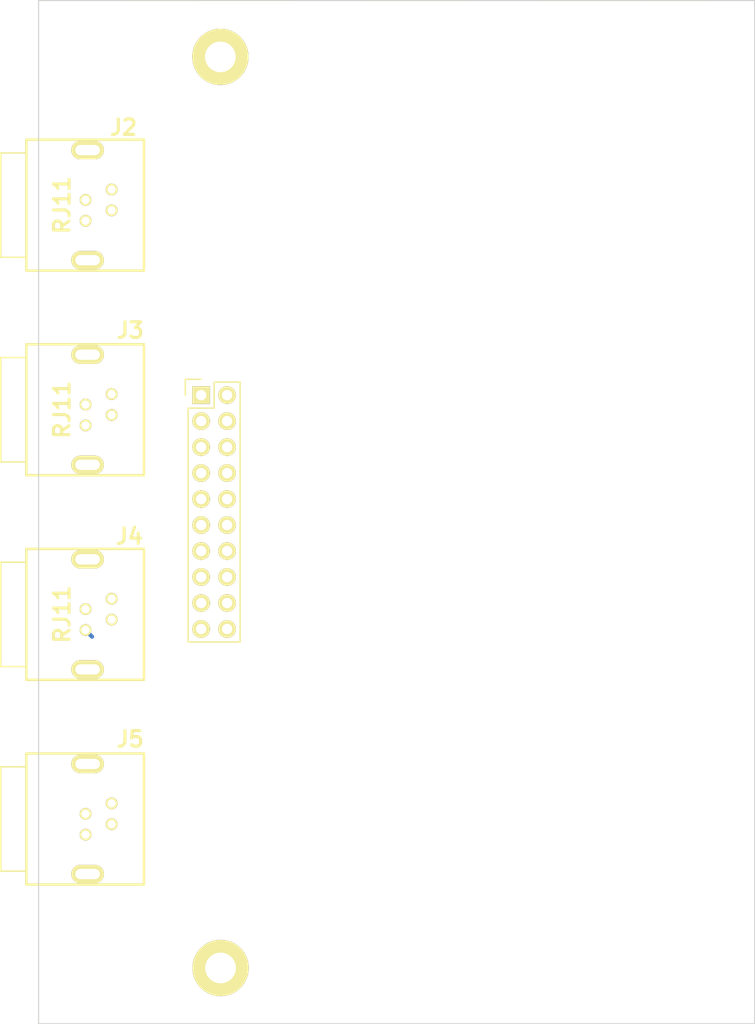
<source format=kicad_pcb>
(kicad_pcb (version 20220914) (generator pcbnew)
  (layers (0 "F.Cu" signal "Superior") (31 "B.Cu" signal "Inferior") (34 "B.Paste" user) (35 "F.Paste" user) (36 "B.SilkS" user "B.Silkscreen") (37 "F.SilkS" user "F.Silkscreen") (38 "B.Mask" user) (39 "F.Mask" user) (44 "Edge.Cuts" user))
  (net 0 "")
  (net 1 "+5V")
  (net 2 "GND")
  (net 3 "+3.3VP")
  (net 4 "/SPIxxCON/BUS_MOSI")
  (net 5 "/SPIxxCON/BUS_CS")
  (net 6 "/SPIxxCON/BUS_RS")
  (net 7 "/SPIxxCON/BUS_CLK")
  (net 8 "/SPIxxCON/BUS_DIO3")
  (net 9 "/SPIxxCON/BUS_DIO2")
  (net 10 "/SPIxxCON/BUS_DIO1")
  (net 11 "/SPIxxCON/BUS_DIO4")
  (net 12 "/SPIxxCON/BUS_MISO")
  (net 13 "/SPIxxCON/BUS_INTMISO")
  (net 14 "/SPIxxCON/BUS_INTMOSI")
  (net 15 "/SPIxxCON/BUS_PwrGood")
  (net 16 "/J7_1")
  (net 17 "/J7_2")
  (net 18 "/J7_4")
  (net 19 "/J8_1")
  (net 20 "/J8_2")
  (net 21 "/J8_4")
  (net 22 "/J1_1")
  (net 23 "/J1_2")
  (net 24 "/J1_4")
  (net 25 "/J2_1")
  (net 26 "/J2_2")
  (net 27 "/J2_4")
  (net 28 "/GND")
  (footprint "Pin_Headers:Pin_Header_Straight_2x10" (layer "F.Cu") (at 94.4495 62.64)
    (fp_text reference "J1" hide)
    (fp_text value "SPIxxCON" hide)
    (fp_line (start -1.55 -1.55) (end -1.55 0) (stroke (width 0.15)) (layer "F.SilkS"))
    (fp_line (start -1.27 1.27) (end -1.27 24.13) (stroke (width 0.15)) (layer "F.SilkS"))
    (fp_line (start 0 -1.55) (end -1.55 -1.55) (stroke (width 0.15)) (layer "F.SilkS"))
    (fp_line (start 1.27 -1.27) (end 1.27 1.27) (stroke (width 0.15)) (layer "F.SilkS"))
    (fp_line (start 1.27 1.27) (end -1.27 1.27) (stroke (width 0.15)) (layer "F.SilkS"))
    (fp_line (start 3.81 -1.27) (end 1.27 -1.27) (stroke (width 0.15)) (layer "F.SilkS"))
    (fp_line (start 3.81 24.13) (end -1.27 24.13) (stroke (width 0.15)) (layer "F.SilkS"))
    (fp_line (start 3.81 24.13) (end 3.81 -1.27) (stroke (width 0.15)) (layer "F.SilkS"))
    (pad "1" thru_hole rect (at 0 0) (size 1.7272 1.7272) (drill 1.016) (layers *.Cu *.Mask "F.SilkS") (net 3 "+3.3VP"))
    (pad "2" thru_hole oval (at 2.54 0) (size 1.7272 1.7272) (drill 1.016) (layers *.Cu *.Mask "F.SilkS") (net 3 "+3.3VP"))
    (pad "3" thru_hole oval (at 0 2.54) (size 1.7272 1.7272) (drill 1.016) (layers *.Cu *.Mask "F.SilkS") (net 2 "GND"))
    (pad "4" thru_hole oval (at 2.54 2.54) (size 1.7272 1.7272) (drill 1.016) (layers *.Cu *.Mask "F.SilkS") (net 2 "GND"))
    (pad "5" thru_hole oval (at 0 5.08) (size 1.7272 1.7272) (drill 1.016) (layers *.Cu *.Mask "F.SilkS") (net 1 "+5V"))
    (pad "6" thru_hole oval (at 2.54 5.08) (size 1.7272 1.7272) (drill 1.016) (layers *.Cu *.Mask "F.SilkS") (net 1 "+5V"))
    (pad "7" thru_hole oval (at 0 7.62) (size 1.7272 1.7272) (drill 1.016) (layers *.Cu *.Mask "F.SilkS") (net 11 "/SPIxxCON/BUS_DIO4"))
    (pad "8" thru_hole oval (at 2.54 7.62) (size 1.7272 1.7272) (drill 1.016) (layers *.Cu *.Mask "F.SilkS") (net 10 "/SPIxxCON/BUS_DIO1"))
    (pad "9" thru_hole oval (at 0 10.16) (size 1.7272 1.7272) (drill 1.016) (layers *.Cu *.Mask "F.SilkS") (net 8 "/SPIxxCON/BUS_DIO3"))
    (pad "10" thru_hole oval (at 2.54 10.16) (size 1.7272 1.7272) (drill 1.016) (layers *.Cu *.Mask "F.SilkS") (net 9 "/SPIxxCON/BUS_DIO2"))
    (pad "11" thru_hole oval (at 0 12.7) (size 1.7272 1.7272) (drill 1.016) (layers *.Cu *.Mask "F.SilkS") (net 12 "/SPIxxCON/BUS_MISO"))
    (pad "12" thru_hole oval (at 2.54 12.7) (size 1.7272 1.7272) (drill 1.016) (layers *.Cu *.Mask "F.SilkS") (net 4 "/SPIxxCON/BUS_MOSI"))
    (pad "13" thru_hole oval (at 0 15.24) (size 1.7272 1.7272) (drill 1.016) (layers *.Cu *.Mask "F.SilkS") (net 13 "/SPIxxCON/BUS_INTMISO"))
    (pad "14" thru_hole oval (at 2.54 15.24) (size 1.7272 1.7272) (drill 1.016) (layers *.Cu *.Mask "F.SilkS") (net 14 "/SPIxxCON/BUS_INTMOSI"))
    (pad "15" thru_hole oval (at 0 17.78) (size 1.7272 1.7272) (drill 1.016) (layers *.Cu *.Mask "F.SilkS") (net 5 "/SPIxxCON/BUS_CS"))
    (pad "16" thru_hole oval (at 2.54 17.78) (size 1.7272 1.7272) (drill 1.016) (layers *.Cu *.Mask "F.SilkS") (net 6 "/SPIxxCON/BUS_RS"))
    (pad "17" thru_hole oval (at 0 20.32) (size 1.7272 1.7272) (drill 1.016) (layers *.Cu *.Mask "F.SilkS") (net 2 "GND"))
    (pad "18" thru_hole oval (at 2.54 20.32) (size 1.7272 1.7272) (drill 1.016) (layers *.Cu *.Mask "F.SilkS") (net 7 "/SPIxxCON/BUS_CLK"))
    (pad "19" thru_hole oval (at 0 22.86) (size 1.7272 1.7272) (drill 1.016) (layers *.Cu *.Mask "F.SilkS") (net 15 "/SPIxxCON/BUS_PwrGood"))
    (pad "20" thru_hole oval (at 2.54 22.86) (size 1.7272 1.7272) (drill 1.016) (layers *.Cu *.Mask "F.SilkS") (net 2 "GND"))
  )
  (footprint "CONTROLE:RJ11-4P4C-HIROSE" (layer "F.Cu") (at 77.36 104.07 -90)
    (fp_text reference "J5" (at -7.81 -10.15 180) (layer "F.SilkS") (effects (font (size 1.524 1.524) (thickness 0.3048))))
    (fp_text value "RJ11" hide)
    (fp_line (start -6.4 -11.5) (end -6.4 0) (stroke (width 0.25)) (layer "F.SilkS"))
    (fp_line (start -6.4 -11.5) (end 6.4 -11.5) (stroke (width 0.25)) (layer "F.SilkS"))
    (fp_line (start -6.4 0) (end 6.4 0) (stroke (width 0.25)) (layer "F.SilkS"))
    (fp_line (start -5.1 0) (end -5.1 2.5) (stroke (width 0.15)) (layer "F.SilkS"))
    (fp_line (start -5.1 2.5) (end 5.1 2.5) (stroke (width 0.15)) (layer "F.SilkS"))
    (fp_line (start 5.1 0) (end 5.1 2.5) (stroke (width 0.15)) (layer "F.SilkS"))
    (fp_line (start 6.4 -11.5) (end 6.4 0) (stroke (width 0.25)) (layer "F.SilkS"))
    (pad "1" thru_hole circle (at 0.51 -8.34 270) (size 1.16 1.16) (drill 0.8) (layers F&B.Cu *.Mask "F.SilkS") (net 25 "/J2_1"))
    (pad "2" thru_hole circle (at -1.53 -8.34 270) (size 1.16 1.16) (drill 0.8) (layers F&B.Cu *.Mask "F.SilkS") (net 26 "/J2_2"))
    (pad "3" thru_hole circle (at -0.51 -5.79 270) (size 1.16 1.16) (drill 0.8) (layers F&B.Cu *.Mask "F.SilkS") (net 28 "/GND"))
    (pad "4" thru_hole circle (at 1.53 -5.79 270) (size 1.16 1.16) (drill 0.8) (layers F&B.Cu *.Mask "F.SilkS") (net 27 "/J2_4"))
    (pad "7" thru_hole oval (at -5.38 -5.99 270) (size 1.8 3.2) (drill oval 1 2.4) (layers F&B.Cu *.Mask "F.SilkS"))
    (pad "8" thru_hole oval (at 5.38 -5.99 270) (size 1.8 3.2) (drill oval 1 2.4) (layers F&B.Cu *.Mask "F.SilkS"))
  )
  (footprint "CONTROLE:RJ11-4P4C-HIROSE" (layer "F.Cu") (at 77.36 84.07 -90)
    (fp_text reference "J4" (at -7.63 -10.07 180) (layer "F.SilkS") (effects (font (size 1.524 1.524) (thickness 0.3048))))
    (fp_text value "RJ11" (at 0 -3.49 90) (layer "F.SilkS") (effects (font (size 1.524 1.524) (thickness 0.3048))))
    (fp_line (start -6.4 -11.5) (end -6.4 0) (stroke (width 0.25)) (layer "F.SilkS"))
    (fp_line (start -6.4 -11.5) (end 6.4 -11.5) (stroke (width 0.25)) (layer "F.SilkS"))
    (fp_line (start -6.4 0) (end 6.4 0) (stroke (width 0.25)) (layer "F.SilkS"))
    (fp_line (start -5.1 0) (end -5.1 2.5) (stroke (width 0.15)) (layer "F.SilkS"))
    (fp_line (start -5.1 2.5) (end 5.1 2.5) (stroke (width 0.15)) (layer "F.SilkS"))
    (fp_line (start 5.1 0) (end 5.1 2.5) (stroke (width 0.15)) (layer "F.SilkS"))
    (fp_line (start 6.4 -11.5) (end 6.4 0) (stroke (width 0.25)) (layer "F.SilkS"))
    (pad "1" thru_hole circle (at 0.51 -8.34 270) (size 1.16 1.16) (drill 0.8) (layers F&B.Cu *.Mask "F.SilkS") (net 22 "/J1_1"))
    (pad "2" thru_hole circle (at -1.53 -8.34 270) (size 1.16 1.16) (drill 0.8) (layers F&B.Cu *.Mask "F.SilkS") (net 23 "/J1_2"))
    (pad "3" thru_hole circle (at -0.51 -5.79 270) (size 1.16 1.16) (drill 0.8) (layers F&B.Cu *.Mask "F.SilkS") (net 28 "/GND"))
    (pad "4" thru_hole circle (at 1.53 -5.79 270) (size 1.16 1.16) (drill 0.8) (layers F&B.Cu *.Mask "F.SilkS") (net 24 "/J1_4"))
    (pad "7" thru_hole oval (at -5.38 -5.99 270) (size 1.8 3.2) (drill oval 1 2.4) (layers F&B.Cu *.Mask "F.SilkS"))
    (pad "8" thru_hole oval (at 5.38 -5.99 270) (size 1.8 3.2) (drill oval 1 2.4) (layers F&B.Cu *.Mask "F.SilkS"))
  )
  (footprint "" (layer "F.Cu") (at 96.33 29.58)
    (fp_text reference "" (at 0 0) (layer "F.SilkS") (effects (font (size 1.27 1.27))))
    (fp_text value "" (at 0 0) (layer "F.SilkS") (effects (font (size 1.27 1.27))))
    (pad "1" thru_hole circle (at 0 0 180) (size 5.5 5.5) (drill 3) (layers F&B.Cu *.Mask "F.SilkS"))
  )
  (footprint "CONTROLE:RJ11-4P4C-HIROSE" (layer "F.Cu") (at 77.36 44.07 -90)
    (fp_text reference "J2" (at -7.6 -9.5) (layer "F.SilkS") (effects (font (size 1.524 1.524) (thickness 0.3048))))
    (fp_text value "RJ11" (at 0 -3.49 90) (layer "F.SilkS") (effects (font (size 1.524 1.524) (thickness 0.3048))))
    (fp_line (start -6.4 -11.5) (end -6.4 0) (stroke (width 0.25)) (layer "F.SilkS"))
    (fp_line (start -6.4 -11.5) (end 6.4 -11.5) (stroke (width 0.25)) (layer "F.SilkS"))
    (fp_line (start -6.4 0) (end 6.4 0) (stroke (width 0.25)) (layer "F.SilkS"))
    (fp_line (start -5.1 0) (end -5.1 2.5) (stroke (width 0.15)) (layer "F.SilkS"))
    (fp_line (start -5.1 2.5) (end 5.1 2.5) (stroke (width 0.15)) (layer "F.SilkS"))
    (fp_line (start 5.1 0) (end 5.1 2.5) (stroke (width 0.15)) (layer "F.SilkS"))
    (fp_line (start 6.4 -11.5) (end 6.4 0) (stroke (width 0.25)) (layer "F.SilkS"))
    (pad "1" thru_hole circle (at 0.51 -8.34 270) (size 1.16 1.16) (drill 0.8) (layers F&B.Cu *.Mask "F.SilkS") (net 16 "/J7_1"))
    (pad "2" thru_hole circle (at -1.53 -8.34 270) (size 1.16 1.16) (drill 0.8) (layers F&B.Cu *.Mask "F.SilkS") (net 17 "/J7_2"))
    (pad "3" thru_hole circle (at -0.51 -5.79 270) (size 1.16 1.16) (drill 0.8) (layers F&B.Cu *.Mask "F.SilkS") (net 28 "/GND"))
    (pad "4" thru_hole circle (at 1.53 -5.79 270) (size 1.16 1.16) (drill 0.8) (layers F&B.Cu *.Mask "F.SilkS") (net 18 "/J7_4"))
    (pad "7" thru_hole oval (at -5.38 -5.99 270) (size 1.8 3.2) (drill oval 1 2.4) (layers F&B.Cu *.Mask "F.SilkS"))
    (pad "8" thru_hole oval (at 5.38 -5.99 270) (size 1.8 3.2) (drill oval 1 2.4) (layers F&B.Cu *.Mask "F.SilkS"))
  )
  (footprint "" (layer "F.Cu") (at 96.35 118.63)
    (fp_text reference "" (at 0 0) (layer "F.SilkS") (effects (font (size 1.27 1.27))))
    (fp_text value "" (at 0 0) (layer "F.SilkS") (effects (font (size 1.27 1.27))))
    (pad "1" thru_hole circle (at 0 0 180) (size 5.5 5.5) (drill 3) (layers F&B.Cu *.Mask "F.SilkS"))
  )
  (footprint "CONTROLE:RJ11-4P4C-HIROSE" (layer "F.Cu") (at 77.36 64.07 -90)
    (fp_text reference "J3" (at -7.76 -10.15) (layer "F.SilkS") (effects (font (size 1.524 1.524) (thickness 0.3048))))
    (fp_text value "RJ11" (at 0 -3.49 270) (layer "F.SilkS") (effects (font (size 1.524 1.524) (thickness 0.3048))))
    (fp_line (start -6.4 -11.5) (end -6.4 0) (stroke (width 0.25)) (layer "F.SilkS"))
    (fp_line (start -6.4 -11.5) (end 6.4 -11.5) (stroke (width 0.25)) (layer "F.SilkS"))
    (fp_line (start -6.4 0) (end 6.4 0) (stroke (width 0.25)) (layer "F.SilkS"))
    (fp_line (start -5.1 0) (end -5.1 2.5) (stroke (width 0.15)) (layer "F.SilkS"))
    (fp_line (start -5.1 2.5) (end 5.1 2.5) (stroke (width 0.15)) (layer "F.SilkS"))
    (fp_line (start 5.1 0) (end 5.1 2.5) (stroke (width 0.15)) (layer "F.SilkS"))
    (fp_line (start 6.4 -11.5) (end 6.4 0) (stroke (width 0.25)) (layer "F.SilkS"))
    (pad "1" thru_hole circle (at 0.51 -8.34 270) (size 1.16 1.16) (drill 0.8) (layers F&B.Cu *.Mask "F.SilkS") (net 19 "/J8_1"))
    (pad "2" thru_hole circle (at -1.53 -8.34 270) (size 1.16 1.16) (drill 0.8) (layers F&B.Cu *.Mask "F.SilkS") (net 20 "/J8_2"))
    (pad "3" thru_hole circle (at -0.51 -5.79 270) (size 1.16 1.16) (drill 0.8) (layers F&B.Cu *.Mask "F.SilkS") (net 28 "/GND"))
    (pad "4" thru_hole circle (at 1.53 -5.79 270) (size 1.16 1.16) (drill 0.8) (layers F&B.Cu *.Mask "F.SilkS") (net 21 "/J8_4"))
    (pad "7" thru_hole oval (at -5.38 -5.99 270) (size 1.8 3.2) (drill oval 1 2.4) (layers F&B.Cu *.Mask "F.SilkS"))
    (pad "8" thru_hole oval (at 5.38 -5.99 270) (size 1.8 3.2) (drill oval 1 2.4) (layers F&B.Cu *.Mask "F.SilkS"))
  )
  (gr_line (start 78.56 124.07) (end 78.56 24.07) (stroke (width 0.1)) (layer "Edge.Cuts"))
  (gr_line (start 78.56 24.07) (end 148.56 24.08) (stroke (width 0.1)) (layer "Edge.Cuts"))
  (gr_line (start 148.56 24.08) (end 148.56 124.07) (stroke (width 0.1)) (layer "Edge.Cuts"))
  (gr_line (start 148.56 124.07) (end 78.56 124.07) (stroke (width 0.1)) (layer "Edge.Cuts"))
  (segment (start 83.1332 85.6) (end 83.7824 86.2492) (width 0.4064) (layer "B.Cu") (net 24))
)
</source>
